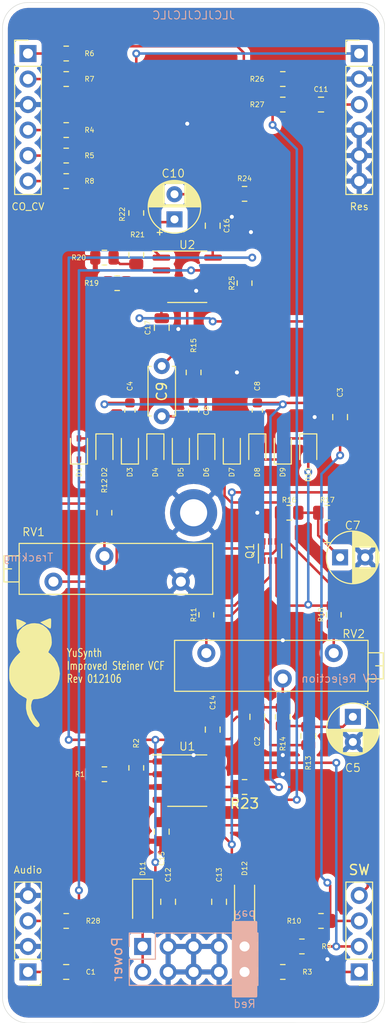
<source format=kicad_pcb>
(kicad_pcb (version 20171130) (host pcbnew "(5.1.10)-1")
  (layers (0 F.Cu signal) (31 B.Cu signal) (34 B.Paste user) (35 F.Paste user) (36 B.SilkS user) (37 F.SilkS user) (38 B.Mask user) (39 F.Mask user) (44 Edge.Cuts user))
  (net 0 "")
  (net 1 GND)
  (net 2 AudioIn)
  (net 3 AudioOut)
  (net 4 CV#2)
  (net 5 CV#1)
  (net 6 vOct)
  (net 7 CO_In)
  (net 8 CO_Out)
  (net 9 Res_Out)
  (net 10 Res_In)
  (net 11 SW_A)
  (net 12 SW_In)
  (net 13 SW_C)
  (net 14 SW_B)
  (net 15 -12VA)
  (net 16 +12VA)
  (net 17 "Net-(C1-Pad1)")
  (net 18 "Net-(C2-Pad1)")
  (net 19 "Net-(C3-Pad1)")
  (net 20 "Net-(C4-Pad1)")
  (net 21 "Net-(C5-Pad1)")
  (net 22 "Net-(C6-Pad1)")
  (net 23 "Net-(C7-Pad1)")
  (net 24 "Net-(C8-Pad1)")
  (net 25 "Net-(C9-Pad1)")
  (net 26 "Net-(C10-Pad2)")
  (net 27 "Net-(C10-Pad1)")
  (net 28 "Net-(C11-Pad2)")
  (net 29 +12V)
  (net 30 -12V)
  (net 31 "Net-(D1-Pad2)")
  (net 32 "Net-(D1-Pad1)")
  (net 33 "Net-(D2-Pad2)")
  (net 34 "Net-(D4-Pad2)")
  (net 35 "Net-(D6-Pad2)")
  (net 36 "Net-(D8-Pad2)")
  (net 37 "Net-(D10-Pad1)")
  (net 38 "Net-(D10-Pad2)")
  (net 39 "Net-(Q1-Pad1)")
  (net 40 "Net-(Q1-Pad2)")
  (net 41 "Net-(R1-Pad1)")
  (net 42 "Net-(R2-Pad1)")
  (net 43 "Net-(R11-Pad2)")
  (net 44 "Net-(R12-Pad1)")
  (net 45 "Net-(R18-Pad2)")
  (net 46 "Net-(R20-Pad2)")
  (net 47 "Net-(R23-Pad2)")
  (net 48 "Net-(R24-Pad1)")
  (net 49 "Net-(R25-Pad1)")
  (net 50 "Net-(R26-Pad2)")
  (module "Logos:CATs Tiny" (layer F.Cu) (at 3.175 66.675)
    (fp_text reference G*** hide)
    (fp_text value LOGO hide)
  )
  (module Eurorack_Platinen:Eurorack_Platine_8TE_wo_Holes (layer F.Cu) (at 0 0)
    (fp_text reference REF** hide)
    (fp_text value Eurorack_Platine_8TE hide)
    (fp_arc (start 2.54 99.06) (end 0 99.06) (angle -90) (layer Edge.Cuts) (width 0.05))
    (fp_arc (start 35.56 99.06) (end 35.56 101.6) (angle -90) (layer Edge.Cuts) (width 0.05))
    (fp_arc (start 35.56 2.54) (end 38.1 2.54) (angle -90) (layer Edge.Cuts) (width 0.05))
    (fp_arc (start 2.54 2.54) (end 2.54 0) (angle -90) (layer Edge.Cuts) (width 0.05))
    (fp_text user JLCJLCJLCJLC (at 19.05 1.27 180) (layer B.SilkS) (effects (font (size 0.8 0.8) (thickness 0.1)) (justify mirror)))
    (fp_line (start 0 99.06) (end 0 2.54) (layer Edge.Cuts) (width 0.05))
    (fp_line (start 2.54 101.6) (end 35.56 101.6) (layer Edge.Cuts) (width 0.05))
    (fp_line (start 38.1 2.54) (end 38.1 99.06) (layer Edge.Cuts) (width 0.05))
    (fp_line (start 2.54 0) (end 35.56 0) (layer Edge.Cuts) (width 0.05))
  )
  (module Package_SO:SO-8_3.9x4.9mm_P1.27mm (layer F.Cu) (at 18.415 27.305)
    (fp_text reference U2 (at 0 -3.175) (layer F.SilkS) (effects (font (size 0.8 0.8) (thickness 0.1))))
    (fp_text value TL072 hide)
    (pad 8 smd roundrect (at 2.575 -1.905) (size 1.75 0.6) (layers F.Cu F.Paste F.Mask) (net 29 +12V))
    (pad 7 smd roundrect (at 2.575 -0.635) (size 1.75 0.6) (layers F.Cu F.Paste F.Mask) (net 49 "Net-(R25-Pad1)"))
    (pad 6 smd roundrect (at 2.575 0.635) (size 1.75 0.6) (layers F.Cu F.Paste F.Mask) (net 48 "Net-(R24-Pad1)"))
    (pad 5 smd roundrect (at 2.575 1.905) (size 1.75 0.6) (layers F.Cu F.Paste F.Mask) (net 1 GND))
    (pad 4 smd roundrect (at -2.575 1.905) (size 1.75 0.6) (layers F.Cu F.Paste F.Mask) (net 30 -12V))
    (pad 3 smd roundrect (at -2.575 0.635) (size 1.75 0.6) (layers F.Cu F.Paste F.Mask) (net 25 "Net-(C9-Pad1)"))
    (pad 2 smd roundrect (at -2.575 -0.635) (size 1.75 0.6) (layers F.Cu F.Paste F.Mask) (net 46 "Net-(R20-Pad2)"))
    (pad 1 smd roundrect (at -2.575 -1.905) (size 1.75 0.6) (layers F.Cu F.Paste F.Mask) (net 27 "Net-(C10-Pad1)"))
  )
  (module Package_SO:SO-8_3.9x4.9mm_P1.27mm (layer F.Cu) (at 18.415 77.47)
    (fp_text reference U1 (at 0 -3.4) (layer F.SilkS) (effects (font (size 0.8 0.8) (thickness 0.1))))
    (fp_text value TL072 hide)
    (pad 8 smd roundrect (at 2.575 -1.905) (size 1.75 0.6) (layers F.Cu F.Paste F.Mask) (net 29 +12V))
    (pad 7 smd roundrect (at 2.575 -0.635) (size 1.75 0.6) (layers F.Cu F.Paste F.Mask) (net 47 "Net-(R23-Pad2)"))
    (pad 6 smd roundrect (at 2.575 0.635) (size 1.75 0.6) (layers F.Cu F.Paste F.Mask) (net 47 "Net-(R23-Pad2)"))
    (pad 5 smd roundrect (at 2.575 1.905) (size 1.75 0.6) (layers F.Cu F.Paste F.Mask) (net 50 "Net-(R26-Pad2)"))
    (pad 4 smd roundrect (at -2.575 1.905) (size 1.75 0.6) (layers F.Cu F.Paste F.Mask) (net 30 -12V))
    (pad 3 smd roundrect (at -2.575 0.635) (size 1.75 0.6) (layers F.Cu F.Paste F.Mask) (net 1 GND))
    (pad 2 smd roundrect (at -2.575 -0.635) (size 1.75 0.6) (layers F.Cu F.Paste F.Mask) (net 41 "Net-(R1-Pad1)"))
    (pad 1 smd roundrect (at -2.575 -1.905) (size 1.75 0.6) (layers F.Cu F.Paste F.Mask) (net 42 "Net-(R2-Pad1)"))
  )
  (module Potentiometer_THT:Potentiometer_Bourns_3006P_Horizontal (layer F.Cu) (at 20.32 64.77 180)
    (fp_text reference RV2 (at -15.875 1.905) (layer F.SilkS) (effects (font (size 0.8 0.8) (thickness 0.1)) (justify right)))
    (fp_text value 1k hide)
    (pad 3 thru_hole circle (at -12.7 0 180) (size 1.8 1.8) (drill 1) (layers *.Cu *.Mask) (net 45 "Net-(R18-Pad2)"))
    (pad 2 thru_hole circle (at -7.62 -2.54 180) (size 1.8 1.8) (drill 1) (layers *.Cu *.Mask) (net 18 "Net-(C2-Pad1)"))
    (pad 1 thru_hole circle (at 0 0 180) (size 1.8 1.8) (drill 1) (layers *.Cu *.Mask) (net 43 "Net-(R11-Pad2)"))
  )
  (module Potentiometer_THT:Potentiometer_Bourns_3006P_Horizontal (layer F.Cu) (at 17.78 57.658)
    (fp_text reference RV1 (at -15.875 -4.935) (layer F.SilkS) (effects (font (size 0.8 0.8) (thickness 0.1)) (justify left)))
    (fp_text value 2k hide)
    (pad 3 thru_hole circle (at -12.7 0) (size 1.8 1.8) (drill 1) (layers *.Cu *.Mask) (net 44 "Net-(R12-Pad1)"))
    (pad 2 thru_hole circle (at -7.62 -2.54) (size 1.8 1.8) (drill 1) (layers *.Cu *.Mask) (net 44 "Net-(R12-Pad1)"))
    (pad 1 thru_hole circle (at 0 0) (size 1.8 1.8) (drill 1) (layers *.Cu *.Mask) (net 1 GND))
  )
  (module Resistor_SMD:R_0805_2012Metric (layer F.Cu) (at 6.35 91.44 180)
    (fp_text reference R28 (at -1.905 0) (layer F.SilkS) (effects (font (size 0.5 0.5) (thickness 0.08)) (justify left)))
    (fp_text value 1k hide)
    (pad 2 smd roundrect (at 0.9125 0 180) (size 1.025 1.4) (layers F.Cu F.Paste F.Mask) (roundrect_rratio 0.243902) (net 3 AudioOut))
    (pad 1 smd roundrect (at -0.9125 0 180) (size 1.025 1.4) (layers F.Cu F.Paste F.Mask) (roundrect_rratio 0.243902) (net 49 "Net-(R25-Pad1)"))
  )
  (module Resistor_SMD:R_0805_2012Metric (layer F.Cu) (at 27.94 10.16 180)
    (fp_text reference R27 (at 1.778 0) (layer F.SilkS) (effects (font (size 0.5 0.5) (thickness 0.08)) (justify right)))
    (fp_text value 220k hide)
    (pad 2 smd roundrect (at 0.9125 0 180) (size 1.025 1.4) (layers F.Cu F.Paste F.Mask) (roundrect_rratio 0.243902) (net 50 "Net-(R26-Pad2)"))
    (pad 1 smd roundrect (at -0.9125 0 180) (size 1.025 1.4) (layers F.Cu F.Paste F.Mask) (roundrect_rratio 0.243902) (net 28 "Net-(C11-Pad2)"))
  )
  (module Resistor_SMD:R_0805_2012Metric (layer F.Cu) (at 27.94 7.62 180)
    (fp_text reference R26 (at 1.778 0) (layer F.SilkS) (effects (font (size 0.5 0.5) (thickness 0.08)) (justify right)))
    (fp_text value 1M hide)
    (pad 2 smd roundrect (at 0.9125 0 180) (size 1.025 1.4) (layers F.Cu F.Paste F.Mask) (roundrect_rratio 0.243902) (net 50 "Net-(R26-Pad2)"))
    (pad 1 smd roundrect (at -0.9125 0 180) (size 1.025 1.4) (layers F.Cu F.Paste F.Mask) (roundrect_rratio 0.243902) (net 1 GND))
  )
  (module Resistor_SMD:R_0805_2012Metric (layer F.Cu) (at 24.13 27.94 270)
    (fp_text reference R25 (at 0 1.27 90) (layer F.SilkS) (effects (font (size 0.5 0.5) (thickness 0.08))))
    (fp_text value 220k hide)
    (pad 2 smd roundrect (at 0.9125 0 270) (size 1.025 1.4) (layers F.Cu F.Paste F.Mask) (roundrect_rratio 0.243902) (net 48 "Net-(R24-Pad1)"))
    (pad 1 smd roundrect (at -0.9125 0 270) (size 1.025 1.4) (layers F.Cu F.Paste F.Mask) (roundrect_rratio 0.243902) (net 49 "Net-(R25-Pad1)"))
  )
  (module Resistor_SMD:R_0805_2012Metric (layer F.Cu) (at 24.13 19.05 180)
    (fp_text reference R24 (at 0 1.524) (layer F.SilkS) (effects (font (size 0.5 0.5) (thickness 0.08))))
    (fp_text value 10k hide)
    (pad 2 smd roundrect (at 0.9125 0 180) (size 1.025 1.4) (layers F.Cu F.Paste F.Mask) (roundrect_rratio 0.243902) (net 26 "Net-(C10-Pad2)"))
    (pad 1 smd roundrect (at -0.9125 0 180) (size 1.025 1.4) (layers F.Cu F.Paste F.Mask) (roundrect_rratio 0.243902) (net 48 "Net-(R24-Pad1)"))
  )
  (module Resistor_SMD:R_0805_2012Metric (layer F.Cu) (at 24.13 78.105 180)
    (fp_text reference R23 (at 0 -1.65) (layer F.SilkS))
    (fp_text value 1k)
    (pad 2 smd roundrect (at 0.9125 0 180) (size 1.025 1.4) (layers F.Cu F.Paste F.Mask) (roundrect_rratio 0.243902) (net 47 "Net-(R23-Pad2)"))
    (pad 1 smd roundrect (at -0.9125 0 180) (size 1.025 1.4) (layers F.Cu F.Paste F.Mask) (roundrect_rratio 0.243902) (net 19 "Net-(C3-Pad1)"))
  )
  (module Resistor_SMD:R_0805_2012Metric (layer F.Cu) (at 13.335 20.955 270)
    (fp_text reference R22 (at 0.127 1.397 90) (layer F.SilkS) (effects (font (size 0.5 0.5) (thickness 0.08))))
    (fp_text value 3.9k hide)
    (pad 2 smd roundrect (at 0.9125 0 270) (size 1.025 1.4) (layers F.Cu F.Paste F.Mask) (roundrect_rratio 0.243902) (net 27 "Net-(C10-Pad1)"))
    (pad 1 smd roundrect (at -0.9125 0 270) (size 1.025 1.4) (layers F.Cu F.Paste F.Mask) (roundrect_rratio 0.243902) (net 10 Res_In))
  )
  (module Resistor_SMD:R_0805_2012Metric (layer F.Cu) (at 13.335 25.1225 90)
    (fp_text reference R21 (at 2.0085 0.127 180) (layer F.SilkS) (effects (font (size 0.5 0.5) (thickness 0.08))))
    (fp_text value 47k hide)
    (pad 2 smd roundrect (at 0.9125 0 90) (size 1.025 1.4) (layers F.Cu F.Paste F.Mask) (roundrect_rratio 0.243902) (net 27 "Net-(C10-Pad1)"))
    (pad 1 smd roundrect (at -0.9125 0 90) (size 1.025 1.4) (layers F.Cu F.Paste F.Mask) (roundrect_rratio 0.243902) (net 46 "Net-(R20-Pad2)"))
  )
  (module Resistor_SMD:R_0805_2012Metric (layer F.Cu) (at 10.16 25.4)
    (fp_text reference R20 (at -1.778 0) (layer F.SilkS) (effects (font (size 0.5 0.5) (thickness 0.08)) (justify right)))
    (fp_text value 22k hide)
    (pad 2 smd roundrect (at 0.9125 0) (size 1.025 1.4) (layers F.Cu F.Paste F.Mask) (roundrect_rratio 0.243902) (net 46 "Net-(R20-Pad2)"))
    (pad 1 smd roundrect (at -0.9125 0) (size 1.025 1.4) (layers F.Cu F.Paste F.Mask) (roundrect_rratio 0.243902) (net 1 GND))
  )
  (module Resistor_SMD:R_0805_2012Metric (layer F.Cu) (at 11.43 27.94)
    (fp_text reference R19 (at -1.778 0) (layer F.SilkS) (effects (font (size 0.5 0.5) (thickness 0.08)) (justify right)))
    (fp_text value 2.2M hide)
    (pad 2 smd roundrect (at 0.9125 0) (size 1.025 1.4) (layers F.Cu F.Paste F.Mask) (roundrect_rratio 0.243902) (net 25 "Net-(C9-Pad1)"))
    (pad 1 smd roundrect (at -0.9125 0) (size 1.025 1.4) (layers F.Cu F.Paste F.Mask) (roundrect_rratio 0.243902) (net 1 GND))
  )
  (module Resistor_SMD:R_0805_2012Metric (layer F.Cu) (at 33.02 60.96 270)
    (fp_text reference R18 (at 0 1.27 90) (layer F.SilkS) (effects (font (size 0.5 0.5) (thickness 0.08))))
    (fp_text value 1.8k hide)
    (pad 2 smd roundrect (at 0.9125 0 270) (size 1.025 1.4) (layers F.Cu F.Paste F.Mask) (roundrect_rratio 0.243902) (net 45 "Net-(R18-Pad2)"))
    (pad 1 smd roundrect (at -0.9125 0 270) (size 1.025 1.4) (layers F.Cu F.Paste F.Mask) (roundrect_rratio 0.243902) (net 38 "Net-(D10-Pad2)"))
  )
  (module Resistor_SMD:R_0805_2012Metric (layer F.Cu) (at 32.385 50.8 180)
    (fp_text reference R17 (at 0 1.27) (layer F.SilkS) (effects (font (size 0.5 0.5) (thickness 0.08))))
    (fp_text value 82R hide)
    (pad 2 smd roundrect (at 0.9125 0 180) (size 1.025 1.4) (layers F.Cu F.Paste F.Mask) (roundrect_rratio 0.243902) (net 23 "Net-(C7-Pad1)"))
    (pad 1 smd roundrect (at -0.9125 0 180) (size 1.025 1.4) (layers F.Cu F.Paste F.Mask) (roundrect_rratio 0.243902) (net 30 -12V))
  )
  (module Resistor_SMD:R_0805_2012Metric (layer F.Cu) (at 28.575 50.8 180)
    (fp_text reference R16 (at 0 1.27) (layer F.SilkS) (effects (font (size 0.5 0.5) (thickness 0.08))))
    (fp_text value 3.9k hide)
    (pad 2 smd roundrect (at 0.9125 0 180) (size 1.025 1.4) (layers F.Cu F.Paste F.Mask) (roundrect_rratio 0.243902) (net 39 "Net-(Q1-Pad1)"))
    (pad 1 smd roundrect (at -0.9125 0 180) (size 1.025 1.4) (layers F.Cu F.Paste F.Mask) (roundrect_rratio 0.243902) (net 23 "Net-(C7-Pad1)"))
  )
  (module Resistor_SMD:R_0805_2012Metric (layer F.Cu) (at 19.05 36.83 270)
    (fp_text reference R15 (at -1.905 0 90) (layer F.SilkS) (effects (font (size 0.5 0.5) (thickness 0.08)) (justify left)))
    (fp_text value 1k hide)
    (pad 2 smd roundrect (at 0.9125 0 270) (size 1.025 1.4) (layers F.Cu F.Paste F.Mask) (roundrect_rratio 0.243902) (net 13 SW_C))
    (pad 1 smd roundrect (at -0.9125 0 270) (size 1.025 1.4) (layers F.Cu F.Paste F.Mask) (roundrect_rratio 0.243902) (net 1 GND))
  )
  (module Resistor_SMD:R_0805_2012Metric (layer F.Cu) (at 27.94 71.12 270)
    (fp_text reference R14 (at 1.905 0 90) (layer F.SilkS) (effects (font (size 0.5 0.5) (thickness 0.08)) (justify right)))
    (fp_text value 1k hide)
    (pad 2 smd roundrect (at 0.9125 0 270) (size 1.025 1.4) (layers F.Cu F.Paste F.Mask) (roundrect_rratio 0.243902) (net 21 "Net-(C5-Pad1)"))
    (pad 1 smd roundrect (at -0.9125 0 270) (size 1.025 1.4) (layers F.Cu F.Paste F.Mask) (roundrect_rratio 0.243902) (net 18 "Net-(C2-Pad1)"))
  )
  (module Resistor_SMD:R_0805_2012Metric (layer F.Cu) (at 30.48 73.025 270)
    (fp_text reference R13 (at 1.905 0 90) (layer F.SilkS) (effects (font (size 0.5 0.5) (thickness 0.08)) (justify right)))
    (fp_text value 390 hide)
    (pad 2 smd roundrect (at 0.9125 0 270) (size 1.025 1.4) (layers F.Cu F.Paste F.Mask) (roundrect_rratio 0.243902) (net 29 +12V))
    (pad 1 smd roundrect (at -0.9125 0 270) (size 1.025 1.4) (layers F.Cu F.Paste F.Mask) (roundrect_rratio 0.243902) (net 21 "Net-(C5-Pad1)"))
  )
  (module Resistor_SMD:R_0805_2012Metric (layer F.Cu) (at 10.16 50.8 90)
    (fp_text reference R12 (at 1.905 0 90) (layer F.SilkS) (effects (font (size 0.5 0.5) (thickness 0.08)) (justify left)))
    (fp_text value 220R hide)
    (pad 2 smd roundrect (at 0.9125 0 90) (size 1.025 1.4) (layers F.Cu F.Paste F.Mask) (roundrect_rratio 0.243902) (net 40 "Net-(Q1-Pad2)"))
    (pad 1 smd roundrect (at -0.9125 0 90) (size 1.025 1.4) (layers F.Cu F.Paste F.Mask) (roundrect_rratio 0.243902) (net 44 "Net-(R12-Pad1)"))
  )
  (module Resistor_SMD:R_0805_2012Metric (layer F.Cu) (at 20.32 60.96 270)
    (fp_text reference R11 (at 0 1.27 90) (layer F.SilkS) (effects (font (size 0.5 0.5) (thickness 0.08))))
    (fp_text value 1.8k hide)
    (pad 2 smd roundrect (at 0.9125 0 270) (size 1.025 1.4) (layers F.Cu F.Paste F.Mask) (roundrect_rratio 0.243902) (net 43 "Net-(R11-Pad2)"))
    (pad 1 smd roundrect (at -0.9125 0 270) (size 1.025 1.4) (layers F.Cu F.Paste F.Mask) (roundrect_rratio 0.243902) (net 32 "Net-(D1-Pad1)"))
  )
  (module Resistor_SMD:R_0805_2012Metric (layer F.Cu) (at 31.75 91.44)
    (fp_text reference R10 (at -1.905 0) (layer F.SilkS) (effects (font (size 0.5 0.5) (thickness 0.08)) (justify right)))
    (fp_text value 180k hide)
    (pad 2 smd roundrect (at 0.9125 0) (size 1.025 1.4) (layers F.Cu F.Paste F.Mask) (roundrect_rratio 0.243902) (net 14 SW_B))
    (pad 1 smd roundrect (at -0.9125 0) (size 1.025 1.4) (layers F.Cu F.Paste F.Mask) (roundrect_rratio 0.243902) (net 1 GND))
  )
  (module Resistor_SMD:R_0805_2012Metric (layer F.Cu) (at 29.845 93.98)
    (fp_text reference R9 (at 1.905 0) (layer F.SilkS) (effects (font (size 0.5 0.5) (thickness 0.08)) (justify left)))
    (fp_text value 180k hide)
    (pad 2 smd roundrect (at 0.9125 0) (size 1.025 1.4) (layers F.Cu F.Paste F.Mask) (roundrect_rratio 0.243902) (net 11 SW_A))
    (pad 1 smd roundrect (at -0.9125 0) (size 1.025 1.4) (layers F.Cu F.Paste F.Mask) (roundrect_rratio 0.243902) (net 1 GND))
  )
  (module Resistor_SMD:R_0805_2012Metric (layer F.Cu) (at 6.35 17.78 180)
    (fp_text reference R8 (at -1.778 0) (layer F.SilkS) (effects (font (size 0.5 0.5) (thickness 0.08)) (justify left)))
    (fp_text value 220k hide)
    (pad 2 smd roundrect (at 0.9125 0 180) (size 1.025 1.4) (layers F.Cu F.Paste F.Mask) (roundrect_rratio 0.243902) (net 6 vOct))
    (pad 1 smd roundrect (at -0.9125 0 180) (size 1.025 1.4) (layers F.Cu F.Paste F.Mask) (roundrect_rratio 0.243902) (net 40 "Net-(Q1-Pad2)"))
  )
  (module Resistor_SMD:R_0805_2012Metric (layer F.Cu) (at 6.35 7.62)
    (fp_text reference R7 (at 1.778 0) (layer F.SilkS) (effects (font (size 0.5 0.5) (thickness 0.08)) (justify left)))
    (fp_text value 150k hide)
    (pad 2 smd roundrect (at 0.9125 0) (size 1.025 1.4) (layers F.Cu F.Paste F.Mask) (roundrect_rratio 0.243902) (net 40 "Net-(Q1-Pad2)"))
    (pad 1 smd roundrect (at -0.9125 0) (size 1.025 1.4) (layers F.Cu F.Paste F.Mask) (roundrect_rratio 0.243902) (net 8 CO_Out))
  )
  (module Resistor_SMD:R_0805_2012Metric (layer F.Cu) (at 6.35 5.08)
    (fp_text reference R6 (at 1.778 0) (layer F.SilkS) (effects (font (size 0.5 0.5) (thickness 0.08)) (justify left)))
    (fp_text value 47k hide)
    (pad 2 smd roundrect (at 0.9125 0) (size 1.025 1.4) (layers F.Cu F.Paste F.Mask) (roundrect_rratio 0.243902) (net 29 +12V))
    (pad 1 smd roundrect (at -0.9125 0) (size 1.025 1.4) (layers F.Cu F.Paste F.Mask) (roundrect_rratio 0.243902) (net 7 CO_In))
  )
  (module Resistor_SMD:R_0805_2012Metric (layer F.Cu) (at 6.35 15.24 180)
    (fp_text reference R5 (at -1.778 0) (layer F.SilkS) (effects (font (size 0.5 0.5) (thickness 0.08)) (justify left)))
    (fp_text value 220k hide)
    (pad 2 smd roundrect (at 0.9125 0 180) (size 1.025 1.4) (layers F.Cu F.Paste F.Mask) (roundrect_rratio 0.243902) (net 4 CV#2))
    (pad 1 smd roundrect (at -0.9125 0 180) (size 1.025 1.4) (layers F.Cu F.Paste F.Mask) (roundrect_rratio 0.243902) (net 40 "Net-(Q1-Pad2)"))
  )
  (module Resistor_SMD:R_0805_2012Metric (layer F.Cu) (at 6.35 12.7 180)
    (fp_text reference R4 (at -1.778 0) (layer F.SilkS) (effects (font (size 0.5 0.5) (thickness 0.08)) (justify left)))
    (fp_text value 220k hide)
    (pad 2 smd roundrect (at 0.9125 0 180) (size 1.025 1.4) (layers F.Cu F.Paste F.Mask) (roundrect_rratio 0.243902) (net 5 CV#1))
    (pad 1 smd roundrect (at -0.9125 0 180) (size 1.025 1.4) (layers F.Cu F.Paste F.Mask) (roundrect_rratio 0.243902) (net 40 "Net-(Q1-Pad2)"))
  )
  (module Resistor_SMD:R_0805_2012Metric (layer F.Cu) (at 27.94 96.52 180)
    (fp_text reference R3 (at -1.905 0) (layer F.SilkS) (effects (font (size 0.5 0.5) (thickness 0.08)) (justify left)))
    (fp_text value 47k hide)
    (pad 2 smd roundrect (at 0.9125 0 180) (size 1.025 1.4) (layers F.Cu F.Paste F.Mask) (roundrect_rratio 0.243902) (net 42 "Net-(R2-Pad1)"))
    (pad 1 smd roundrect (at -0.9125 0 180) (size 1.025 1.4) (layers F.Cu F.Paste F.Mask) (roundrect_rratio 0.243902) (net 12 SW_In))
  )
  (module Resistor_SMD:R_0805_2012Metric (layer F.Cu) (at 13.335 76.2 270)
    (fp_text reference R2 (at -1.905 0 90) (layer F.SilkS) (effects (font (size 0.5 0.5) (thickness 0.08)) (justify left)))
    (fp_text value 10k hide)
    (pad 2 smd roundrect (at 0.9125 0 270) (size 1.025 1.4) (layers F.Cu F.Paste F.Mask) (roundrect_rratio 0.243902) (net 41 "Net-(R1-Pad1)"))
    (pad 1 smd roundrect (at -0.9125 0 270) (size 1.025 1.4) (layers F.Cu F.Paste F.Mask) (roundrect_rratio 0.243902) (net 42 "Net-(R2-Pad1)"))
  )
  (module Resistor_SMD:R_0805_2012Metric (layer F.Cu) (at 10.16 76.835 180)
    (fp_text reference R1 (at 1.905 0) (layer F.SilkS) (effects (font (size 0.5 0.5) (thickness 0.08)) (justify right)))
    (fp_text value 10k hide)
    (pad 2 smd roundrect (at 0.9125 0 180) (size 1.025 1.4) (layers F.Cu F.Paste F.Mask) (roundrect_rratio 0.243902) (net 17 "Net-(C1-Pad1)"))
    (pad 1 smd roundrect (at -0.9125 0 180) (size 1.025 1.4) (layers F.Cu F.Paste F.Mask) (roundrect_rratio 0.243902) (net 41 "Net-(R1-Pad1)"))
  )
  (module Package_TO_SOT_SMD:SOT-363_SC-70-6 (layer F.Cu) (at 26.67 54.61 90)
    (fp_text reference Q1 (at 0 -2 90) (layer F.SilkS) (effects (font (size 0.8 0.8) (thickness 0.1))))
    (fp_text value BC847BDW1 hide)
    (pad 6 smd rect (at 0.95 -0.65 90) (size 0.65 0.4) (layers F.Cu F.Paste F.Mask) (net 32 "Net-(D1-Pad1)"))
    (pad 4 smd rect (at 0.95 0.65 90) (size 0.65 0.4) (layers F.Cu F.Paste F.Mask) (net 39 "Net-(Q1-Pad1)"))
    (pad 2 smd rect (at -0.95 0 90) (size 0.65 0.4) (layers F.Cu F.Paste F.Mask) (net 40 "Net-(Q1-Pad2)"))
    (pad 5 smd rect (at 0.95 0 90) (size 0.65 0.4) (layers F.Cu F.Paste F.Mask) (net 1 GND))
    (pad 3 smd rect (at -0.95 0.65 90) (size 0.65 0.4) (layers F.Cu F.Paste F.Mask) (net 38 "Net-(D10-Pad2)"))
    (pad 1 smd rect (at -0.95 -0.65 90) (size 0.65 0.4) (layers F.Cu F.Paste F.Mask) (net 39 "Net-(Q1-Pad1)"))
  )
  (module Diode_SMD:D_SOD-123 (layer F.Cu) (at 24.13 89.535 90)
    (fp_text reference D12 (at 2.54 0 90) (layer F.SilkS) (effects (font (size 0.5 0.5) (thickness 0.08)) (justify left)))
    (fp_text value B5819W hide)
    (pad 2 smd rect (at 1.65 0 90) (size 0.9 1.2) (layers F.Cu F.Paste F.Mask) (net 30 -12V))
    (pad 1 smd rect (at -1.65 0 90) (size 0.9 1.2) (layers F.Cu F.Paste F.Mask) (net 15 -12VA))
  )
  (module Diode_SMD:D_SOD-123 (layer F.Cu) (at 13.97 89.535 270)
    (fp_text reference D11 (at -2.54 0 90) (layer F.SilkS) (effects (font (size 0.5 0.5) (thickness 0.08)) (justify left)))
    (fp_text value B5819W hide)
    (pad 2 smd rect (at 1.65 0 270) (size 0.9 1.2) (layers F.Cu F.Paste F.Mask) (net 16 +12VA))
    (pad 1 smd rect (at -1.65 0 270) (size 0.9 1.2) (layers F.Cu F.Paste F.Mask) (net 29 +12V))
  )
  (module Diode_SMD:D_SOD-323 (layer F.Cu) (at 30.48 44.45 270)
    (fp_text reference D10 (at 1.778 0 90) (layer F.SilkS) (effects (font (size 0.5 0.5) (thickness 0.08)) (justify right)))
    (fp_text value 1N4148WS hide)
    (pad 2 smd rect (at 1.05 0 270) (size 0.6 0.45) (layers F.Cu F.Paste F.Mask) (net 38 "Net-(D10-Pad2)"))
    (pad 1 smd rect (at -1.05 0 270) (size 0.6 0.45) (layers F.Cu F.Paste F.Mask) (net 37 "Net-(D10-Pad1)"))
  )
  (module Diode_SMD:D_SOD-323 (layer F.Cu) (at 27.94 44.45 90)
    (fp_text reference D9 (at -1.778 0 90) (layer F.SilkS) (effects (font (size 0.5 0.5) (thickness 0.08)) (justify right)))
    (fp_text value 1N4148WS hide)
    (pad 2 smd rect (at 1.05 0 90) (size 0.6 0.45) (layers F.Cu F.Paste F.Mask) (net 37 "Net-(D10-Pad1)"))
    (pad 1 smd rect (at -1.05 0 90) (size 0.6 0.45) (layers F.Cu F.Paste F.Mask) (net 36 "Net-(D8-Pad2)"))
  )
  (module Diode_SMD:D_SOD-323 (layer F.Cu) (at 25.4 44.45 270)
    (fp_text reference D8 (at 1.778 0 90) (layer F.SilkS) (effects (font (size 0.5 0.5) (thickness 0.08)) (justify right)))
    (fp_text value 1N4148WS hide)
    (pad 2 smd rect (at 1.05 0 270) (size 0.6 0.45) (layers F.Cu F.Paste F.Mask) (net 36 "Net-(D8-Pad2)"))
    (pad 1 smd rect (at -1.05 0 270) (size 0.6 0.45) (layers F.Cu F.Paste F.Mask) (net 24 "Net-(C8-Pad1)"))
  )
  (module Diode_SMD:D_SOD-323 (layer F.Cu) (at 22.86 44.45 90)
    (fp_text reference D7 (at -1.778 0 90) (layer F.SilkS) (effects (font (size 0.5 0.5) (thickness 0.08)) (justify right)))
    (fp_text value 1N4148WS hide)
    (pad 2 smd rect (at 1.05 0 90) (size 0.6 0.45) (layers F.Cu F.Paste F.Mask) (net 24 "Net-(C8-Pad1)"))
    (pad 1 smd rect (at -1.05 0 90) (size 0.6 0.45) (layers F.Cu F.Paste F.Mask) (net 35 "Net-(D6-Pad2)"))
  )
  (module Diode_SMD:D_SOD-323 (layer F.Cu) (at 20.32 44.45 270)
    (fp_text reference D6 (at 1.778 0 90) (layer F.SilkS) (effects (font (size 0.5 0.5) (thickness 0.08)) (justify right)))
    (fp_text value 1N4148WS hide)
    (pad 2 smd rect (at 1.05 0 270) (size 0.6 0.45) (layers F.Cu F.Paste F.Mask) (net 35 "Net-(D6-Pad2)"))
    (pad 1 smd rect (at -1.05 0 270) (size 0.6 0.45) (layers F.Cu F.Paste F.Mask) (net 22 "Net-(C6-Pad1)"))
  )
  (module Diode_SMD:D_SOD-323 (layer F.Cu) (at 17.78 44.45 90)
    (fp_text reference D5 (at -1.778 0 90) (layer F.SilkS) (effects (font (size 0.5 0.5) (thickness 0.08)) (justify right)))
    (fp_text value 1N4148WS hide)
    (pad 2 smd rect (at 1.05 0 90) (size 0.6 0.45) (layers F.Cu F.Paste F.Mask) (net 22 "Net-(C6-Pad1)"))
    (pad 1 smd rect (at -1.05 0 90) (size 0.6 0.45) (layers F.Cu F.Paste F.Mask) (net 34 "Net-(D4-Pad2)"))
  )
  (module Diode_SMD:D_SOD-323 (layer F.Cu) (at 15.24 44.45 270)
    (fp_text reference D4 (at 1.778 0 90) (layer F.SilkS) (effects (font (size 0.5 0.5) (thickness 0.08)) (justify right)))
    (fp_text value 1N4148WS hide)
    (pad 2 smd rect (at 1.05 0 270) (size 0.6 0.45) (layers F.Cu F.Paste F.Mask) (net 34 "Net-(D4-Pad2)"))
    (pad 1 smd rect (at -1.05 0 270) (size 0.6 0.45) (layers F.Cu F.Paste F.Mask) (net 20 "Net-(C4-Pad1)"))
  )
  (module Diode_SMD:D_SOD-323 (layer F.Cu) (at 12.7 44.45 90)
    (fp_text reference D3 (at -1.778 0 90) (layer F.SilkS) (effects (font (size 0.5 0.5) (thickness 0.08)) (justify right)))
    (fp_text value 1N4148WS hide)
    (pad 2 smd rect (at 1.05 0 90) (size 0.6 0.45) (layers F.Cu F.Paste F.Mask) (net 20 "Net-(C4-Pad1)"))
    (pad 1 smd rect (at -1.05 0 90) (size 0.6 0.45) (layers F.Cu F.Paste F.Mask) (net 33 "Net-(D2-Pad2)"))
  )
  (module Diode_SMD:D_SOD-323 (layer F.Cu) (at 10.16 44.45 270)
    (fp_text reference D2 (at 1.778 0 90) (layer F.SilkS) (effects (font (size 0.5 0.5) (thickness 0.08)) (justify right)))
    (fp_text value 1N4148WS hide)
    (pad 2 smd rect (at 1.05 0 270) (size 0.6 0.45) (layers F.Cu F.Paste F.Mask) (net 33 "Net-(D2-Pad2)"))
    (pad 1 smd rect (at -1.05 0 270) (size 0.6 0.45) (layers F.Cu F.Paste F.Mask) (net 31 "Net-(D1-Pad2)"))
  )
  (module Diode_SMD:D_SOD-323 (layer F.Cu) (at 7.62 44.45 90)
    (fp_text reference D1 (at -1.778 0 90) (layer F.SilkS) (effects (font (size 0.5 0.5) (thickness 0.08)) (justify right)))
    (fp_text value 1N4148WS hide)
    (pad 2 smd rect (at 1.05 0 90) (size 0.6 0.45) (layers F.Cu F.Paste F.Mask) (net 31 "Net-(D1-Pad2)"))
    (pad 1 smd rect (at -1.05 0 90) (size 0.6 0.45) (layers F.Cu F.Paste F.Mask) (net 32 "Net-(D1-Pad1)"))
  )
  (module Capacitor_SMD:C_0805_2012Metric (layer F.Cu) (at 15.875 32.385 90)
    (fp_text reference C17 (at 0 -1.397 90) (layer F.SilkS) (effects (font (size 0.5 0.5) (thickness 0.08))))
    (fp_text value 100n hide)
    (pad 2 smd roundrect (at 0.95 0 90) (size 1 1.45) (layers F.Cu F.Paste F.Mask) (net 30 -12V))
    (pad 1 smd roundrect (at -0.95 0 90) (size 1 1.45) (layers F.Cu F.Paste F.Mask) (net 1 GND))
  )
  (module Capacitor_SMD:C_0805_2012Metric (layer F.Cu) (at 20.955 22.225 90)
    (fp_text reference C16 (at 0 1.397 90) (layer F.SilkS) (effects (font (size 0.5 0.5) (thickness 0.08))))
    (fp_text value 100n hide)
    (pad 2 smd roundrect (at 0.95 0 90) (size 1 1.45) (layers F.Cu F.Paste F.Mask) (net 1 GND))
    (pad 1 smd roundrect (at -0.95 0 90) (size 1 1.45) (layers F.Cu F.Paste F.Mask) (net 29 +12V))
  )
  (module Capacitor_SMD:C_0805_2012Metric (layer F.Cu) (at 15.875 82.55 90)
    (fp_text reference C15 (at -1.905 0 90) (layer F.SilkS) (effects (font (size 0.5 0.5) (thickness 0.08)) (justify right)))
    (fp_text value 100n hide)
    (pad 2 smd roundrect (at 0.95 0 90) (size 1 1.45) (layers F.Cu F.Paste F.Mask) (net 30 -12V))
    (pad 1 smd roundrect (at -0.95 0 90) (size 1 1.45) (layers F.Cu F.Paste F.Mask) (net 1 GND))
  )
  (module Capacitor_SMD:C_0805_2012Metric (layer F.Cu) (at 20.955 72.39 90)
    (fp_text reference C14 (at 1.905 0 90) (layer F.SilkS) (effects (font (size 0.5 0.5) (thickness 0.08)) (justify left)))
    (fp_text value 100n hide)
    (pad 2 smd roundrect (at 0.95 0 90) (size 1 1.45) (layers F.Cu F.Paste F.Mask) (net 1 GND))
    (pad 1 smd roundrect (at -0.95 0 90) (size 1 1.45) (layers F.Cu F.Paste F.Mask) (net 29 +12V))
  )
  (module Capacitor_SMD:C_0805_2012Metric (layer F.Cu) (at 21.59 89.535 90)
    (fp_text reference C13 (at 1.905 0 90) (layer F.SilkS) (effects (font (size 0.5 0.5) (thickness 0.08)) (justify left)))
    (fp_text value 10uF hide)
    (pad 2 smd roundrect (at 0.95 0 90) (size 1 1.45) (layers F.Cu F.Paste F.Mask) (net 30 -12V))
    (pad 1 smd roundrect (at -0.95 0 90) (size 1 1.45) (layers F.Cu F.Paste F.Mask) (net 1 GND))
  )
  (module Capacitor_SMD:C_0805_2012Metric (layer F.Cu) (at 16.51 89.535 270)
    (fp_text reference C12 (at -1.905 0 90) (layer F.SilkS) (effects (font (size 0.5 0.5) (thickness 0.08)) (justify left)))
    (fp_text value 10uF)
    (pad 2 smd roundrect (at 0.95 0 270) (size 1 1.45) (layers F.Cu F.Paste F.Mask) (net 1 GND))
    (pad 1 smd roundrect (at -0.95 0 270) (size 1 1.45) (layers F.Cu F.Paste F.Mask) (net 29 +12V))
  )
  (module Capacitor_SMD:C_0805_2012Metric (layer F.Cu) (at 31.75 10.16 180)
    (fp_text reference C11 (at 0 1.524) (layer F.SilkS) (effects (font (size 0.5 0.5) (thickness 0.08))))
    (fp_text value 10uF hide)
    (pad 2 smd roundrect (at 0.95 0 180) (size 1 1.45) (layers F.Cu F.Paste F.Mask) (net 28 "Net-(C11-Pad2)"))
    (pad 1 smd roundrect (at -0.95 0 180) (size 1 1.45) (layers F.Cu F.Paste F.Mask) (net 9 Res_Out))
  )
  (module Capacitor_THT:CP_Radial_D5.0mm_P2.50mm (layer F.Cu) (at 17.145 21.59 90)
    (fp_text reference C10 (at 4.572 -0.127 180) (layer F.SilkS) (effects (font (size 0.8 0.8) (thickness 0.1))))
    (fp_text value 47µF hide)
    (pad 2 thru_hole circle (at 2.5 0 90) (size 1.6 1.6) (drill 0.8) (layers *.Cu *.Mask) (net 26 "Net-(C10-Pad2)"))
    (pad 1 thru_hole rect (at 0 0 90) (size 1.6 1.6) (drill 0.8) (layers *.Cu *.Mask) (net 27 "Net-(C10-Pad1)"))
  )
  (module Capacitor_THT:C_Disc_D4.7mm_W2.5mm_P5.00mm (layer F.Cu) (at 15.875 36.195 270)
    (fp_text reference C9 (at 2.54 0 90) (layer F.SilkS))
    (fp_text value 680n hide)
    (pad 2 thru_hole circle (at 5 0 270) (size 1.6 1.6) (drill 0.8) (layers *.Cu *.Mask) (net 22 "Net-(C6-Pad1)"))
    (pad 1 thru_hole circle (at 0 0 270) (size 1.6 1.6) (drill 0.8) (layers *.Cu *.Mask) (net 25 "Net-(C9-Pad1)"))
  )
  (module Capacitor_SMD:C_0603_1608Metric (layer F.Cu) (at 25.4 40.64 90)
    (fp_text reference C8 (at 1.905 0 90) (layer F.SilkS) (effects (font (size 0.5 0.5) (thickness 0.08)) (justify left)))
    (fp_text value 1.5n hide)
    (pad 2 smd roundrect (at 0.775 0 90) (size 0.9 0.95) (layers F.Cu F.Paste F.Mask) (net 19 "Net-(C3-Pad1)"))
    (pad 1 smd roundrect (at -0.775 0 90) (size 0.9 0.95) (layers F.Cu F.Paste F.Mask) (net 24 "Net-(C8-Pad1)"))
  )
  (module Capacitor_THT:CP_Radial_D5.0mm_P2.50mm (layer F.Cu) (at 33.655 55.245)
    (fp_text reference C7 (at 1.25 -3.175) (layer F.SilkS) (effects (font (size 0.8 0.8) (thickness 0.1))))
    (fp_text value 47µF hide)
    (pad 2 thru_hole circle (at 2.5 0) (size 1.6 1.6) (drill 0.8) (layers *.Cu *.Mask) (net 1 GND))
    (pad 1 thru_hole rect (at 0 0) (size 1.6 1.6) (drill 0.8) (layers *.Cu *.Mask) (net 23 "Net-(C7-Pad1)"))
  )
  (module Capacitor_SMD:C_0603_1608Metric (layer F.Cu) (at 19.05 40.64 90)
    (fp_text reference C6 (at 0 1.27 90) (layer F.SilkS) (effects (font (size 0.5 0.5) (thickness 0.08))))
    (fp_text value 1.5n hide)
    (pad 2 smd roundrect (at 0.775 0 90) (size 0.9 0.95) (layers F.Cu F.Paste F.Mask) (net 13 SW_C))
    (pad 1 smd roundrect (at -0.775 0 90) (size 0.9 0.95) (layers F.Cu F.Paste F.Mask) (net 22 "Net-(C6-Pad1)"))
  )
  (module Capacitor_THT:CP_Radial_D5.0mm_P2.50mm (layer F.Cu) (at 34.925 71.12 270)
    (fp_text reference C5 (at 5.08 0 180) (layer F.SilkS) (effects (font (size 0.8 0.8) (thickness 0.1))))
    (fp_text value 47µF hide)
    (pad 2 thru_hole circle (at 2.5 0 270) (size 1.6 1.6) (drill 0.8) (layers *.Cu *.Mask) (net 1 GND))
    (pad 1 thru_hole rect (at 0 0 270) (size 1.6 1.6) (drill 0.8) (layers *.Cu *.Mask) (net 21 "Net-(C5-Pad1)"))
  )
  (module Capacitor_SMD:C_0603_1608Metric (layer F.Cu) (at 12.7 40.64 90)
    (fp_text reference C4 (at 1.905 0 90) (layer F.SilkS) (effects (font (size 0.5 0.5) (thickness 0.08)) (justify left)))
    (fp_text value 1.5n hide)
    (pad 2 smd roundrect (at 0.775 0 90) (size 0.9 0.95) (layers F.Cu F.Paste F.Mask) (net 19 "Net-(C3-Pad1)"))
    (pad 1 smd roundrect (at -0.775 0 90) (size 0.9 0.95) (layers F.Cu F.Paste F.Mask) (net 20 "Net-(C4-Pad1)"))
  )
  (module Capacitor_SMD:C_0805_2012Metric (layer F.Cu) (at 33.655 41.275 270)
    (fp_text reference C3 (at -1.905 0 90) (layer F.SilkS) (effects (font (size 0.5 0.5) (thickness 0.08)) (justify left)))
    (fp_text value 2.2uF hide)
    (pad 2 smd roundrect (at 0.95 0 270) (size 1 1.45) (layers F.Cu F.Paste F.Mask) (net 14 SW_B))
    (pad 1 smd roundrect (at -0.95 0 270) (size 1 1.45) (layers F.Cu F.Paste F.Mask) (net 19 "Net-(C3-Pad1)"))
  )
  (module Capacitor_SMD:C_0805_2012Metric (layer F.Cu) (at 25.4 71.12 270)
    (fp_text reference C2 (at 1.905 0 90) (layer F.SilkS) (effects (font (size 0.5 0.5) (thickness 0.08)) (justify right)))
    (fp_text value 2.2uF hide)
    (pad 2 smd roundrect (at 0.95 0 270) (size 1 1.45) (layers F.Cu F.Paste F.Mask) (net 11 SW_A))
    (pad 1 smd roundrect (at -0.95 0 270) (size 1 1.45) (layers F.Cu F.Paste F.Mask) (net 18 "Net-(C2-Pad1)"))
  )
  (module Capacitor_SMD:C_0805_2012Metric (layer F.Cu) (at 6.35 96.52 180)
    (fp_text reference C1 (at -1.905 0) (layer F.SilkS) (effects (font (size 0.5 0.5) (thickness 0.08)) (justify left)))
    (fp_text value 10uF hide)
    (pad 2 smd roundrect (at 0.95 0 180) (size 1 1.45) (layers F.Cu F.Paste F.Mask) (net 2 AudioIn))
    (pad 1 smd roundrect (at -0.95 0 180) (size 1 1.45) (layers F.Cu F.Paste F.Mask) (net 17 "Net-(C1-Pad1)"))
  )
  (module Connector_PinHeader_2.54mm:PinHeader_2x05_P2.54mm_Vertical (layer B.Cu) (at 13.97 93.98 270)
    (fp_text reference J1 hide)
    (fp_text value Power (at 1.27 2.54 270) (layer B.SilkS) (effects (justify mirror)))
    (pad 10 thru_hole oval (at 2.54 -10.16 270) (size 1.7 1.7) (drill 1) (layers *.Cu *.Mask) (net 15 -12VA))
    (pad 9 thru_hole oval (at 0 -10.16 270) (size 1.7 1.7) (drill 1) (layers *.Cu *.Mask) (net 15 -12VA))
    (pad 8 thru_hole oval (at 2.54 -7.62 270) (size 1.7 1.7) (drill 1) (layers *.Cu *.Mask) (net 1 GND))
    (pad 7 thru_hole oval (at 0 -7.62 270) (size 1.7 1.7) (drill 1) (layers *.Cu *.Mask) (net 1 GND))
    (pad 6 thru_hole oval (at 2.54 -5.08 270) (size 1.7 1.7) (drill 1) (layers *.Cu *.Mask) (net 1 GND))
    (pad 5 thru_hole oval (at 0 -5.08 270) (size 1.7 1.7) (drill 1) (layers *.Cu *.Mask) (net 1 GND))
    (pad 4 thru_hole oval (at 2.54 -2.54 270) (size 1.7 1.7) (drill 1) (layers *.Cu *.Mask) (net 1 GND))
    (pad 3 thru_hole oval (at 0 -2.54 270) (size 1.7 1.7) (drill 1) (layers *.Cu *.Mask) (net 1 GND))
    (pad 2 thru_hole oval (at 2.54 0 270) (size 1.7 1.7) (drill 1) (layers *.Cu *.Mask) (net 16 +12VA))
    (pad 1 thru_hole rect (at 0 0 270) (size 1.7 1.7) (drill 1) (layers *.Cu *.Mask) (net 16 +12VA))
  )
  (module MountingHole:MountingHole_2.7mm_M2.5_DIN965_Pad (layer F.Cu) (at 19.05 50.8)
    (fp_text reference H1 hide)
    (fp_text value MountingHole_Pad hide)
    (pad 1 thru_hole circle (at 0 0) (size 4.7 4.7) (drill 2.7) (layers *.Cu *.Mask) (net 1 GND))
  )
  (module Connector_PinHeader_2.54mm:PinHeader_1x06_P2.54mm_Vertical (layer F.Cu) (at 35.56 5.08)
    (fp_text reference J11 hide)
    (fp_text value Res (at 0 15.24) (layer F.SilkS) (effects (font (size 0.7 0.7) (thickness 0.1))))
    (pad 6 thru_hole oval (at 0 12.7) (size 1.7 1.7) (drill 1) (layers *.Cu *.Mask) (net 1 GND))
    (pad 5 thru_hole oval (at 0 10.16) (size 1.7 1.7) (drill 1) (layers *.Cu *.Mask) (net 1 GND))
    (pad 4 thru_hole oval (at 0 7.62) (size 1.7 1.7) (drill 1) (layers *.Cu *.Mask) (net 1 GND))
    (pad 3 thru_hole oval (at 0 5.08) (size 1.7 1.7) (drill 1) (layers *.Cu *.Mask) (net 9 Res_Out))
    (pad 2 thru_hole oval (at 0 2.54) (size 1.7 1.7) (drill 1) (layers *.Cu *.Mask) (net 1 GND))
    (pad 1 thru_hole rect (at 0 0) (size 1.7 1.7) (drill 1) (layers *.Cu *.Mask) (net 10 Res_In))
  )
  (module Connector_PinHeader_2.54mm:PinHeader_1x06_P2.54mm_Vertical (layer F.Cu) (at 2.54 5.08)
    (fp_text reference J10 hide)
    (fp_text value CO_CV (at 0 15.24) (layer F.SilkS) (effects (font (size 0.7 0.7) (thickness 0.1))))
    (pad 6 thru_hole oval (at 0 12.7) (size 1.7 1.7) (drill 1) (layers *.Cu *.Mask) (net 6 vOct))
    (pad 5 thru_hole oval (at 0 10.16) (size 1.7 1.7) (drill 1) (layers *.Cu *.Mask) (net 4 CV#2))
    (pad 4 thru_hole oval (at 0 7.62) (size 1.7 1.7) (drill 1) (layers *.Cu *.Mask) (net 5 CV#1))
    (pad 3 thru_hole oval (at 0 5.08) (size 1.7 1.7) (drill 1) (layers *.Cu *.Mask) (net 1 GND))
    (pad 2 thru_hole oval (at 0 2.54) (size 1.7 1.7) (drill 1) (layers *.Cu *.Mask) (net 8 CO_Out))
    (pad 1 thru_hole rect (at 0 0) (size 1.7 1.7) (drill 1) (layers *.Cu *.Mask) (net 7 CO_In))
  )
  (module Connector_PinHeader_2.54mm:PinHeader_1x04_P2.54mm_Vertical (layer F.Cu) (at 35.56 96.52 180)
    (fp_text reference J9 hide)
    (fp_text value SW (at 0 10.16 180) (layer F.SilkS))
    (pad 4 thru_hole oval (at 0 7.62 180) (size 1.7 1.7) (drill 1) (layers *.Cu *.Mask) (net 13 SW_C))
    (pad 3 thru_hole oval (at 0 5.08 180) (size 1.7 1.7) (drill 1) (layers *.Cu *.Mask) (net 14 SW_B))
    (pad 2 thru_hole oval (at 0 2.54 180) (size 1.7 1.7) (drill 1) (layers *.Cu *.Mask) (net 11 SW_A))
    (pad 1 thru_hole rect (at 0 0 180) (size 1.7 1.7) (drill 1) (layers *.Cu *.Mask) (net 12 SW_In))
  )
  (module Connector_PinHeader_2.54mm:PinHeader_1x04_P2.54mm_Vertical (layer F.Cu) (at 2.54 96.52 180)
    (fp_text reference J8 hide)
    (fp_text value Audio (at 0 10.16 180) (layer F.SilkS) (effects (font (size 0.7 0.7) (thickness 0.1))))
    (pad 4 thru_hole oval (at 0 7.62 180) (size 1.7 1.7) (drill 1) (layers *.Cu *.Mask) (net 1 GND))
    (pad 3 thru_hole oval (at 0 5.08 180) (size 1.7 1.7) (drill 1) (layers *.Cu *.Mask) (net 3 AudioOut))
    (pad 2 thru_hole oval (at 0 2.54 180) (size 1.7 1.7) (drill 1) (layers *.Cu *.Mask) (net 1 GND))
    (pad 1 thru_hole rect (at 0 0 180) (size 1.7 1.7) (drill 1) (layers *.Cu *.Mask) (net 2 AudioIn))
  )
  (gr_text "YuSynth\nImproved Steiner VCF\nRev 012106" (at 6.35 66.04) (layer F.SilkS) (effects (font (size 0.8 0.6) (thickness 0.1)) (justify left)))
  (gr_text "CV Rejection" (at 37.465 67.31) (layer B.SilkS) (effects (font (size 0.8 0.8) (thickness 0.1)) (justify left mirror)))
  (gr_text Red (at 24.13 90.805 180) (layer B.SilkS) (effects (font (size 0.8 0.8) (thickness 0.1)) (justify mirror)))
  (gr_text Red (at 24.13 99.695) (layer B.SilkS) (effects (font (size 0.8 0.8) (thickness 0.1)) (justify mirror)))
  (gr_text Tracking (at 0 55.245) (layer B.SilkS) (effects (font (size 0.8 0.8) (thickness 0.1)) (justify right mirror)))
  (gr_line (start 8.89 101.6) (end 29.21 101.6) (layer Edge.Cuts) (width 0.05))
  (via (at 27.94 74.93) (size 0.8) (drill 0.4) (layers F.Cu B.Cu) (net 1))
  (segment (start 26.67 53.66) (end 26.67 52.07) (width 0.25) (layer F.Cu) (net 1))
  (segment (start 26.67 52.07) (end 25.4 50.8) (width 0.25) (layer F.Cu) (net 1))
  (segment (start 25.4 50.8) (end 25.4 50.8) (width 0.25) (layer F.Cu) (net 1))
  (via (at 25.4 50.8) (size 0.8) (drill 0.4) (layers F.Cu B.Cu) (net 1))
  (via (at 17.526 32.512) (size 0.8) (drill 0.4) (layers F.Cu B.Cu) (net 1))
  (via (at 23.368 36.83) (size 0.8) (drill 0.4) (layers F.Cu B.Cu) (net 1))
  (via (at 19.304 28.702) (size 0.8) (drill 0.4) (layers F.Cu B.Cu) (net 1))
  (via (at 22.86 21.336) (size 0.8) (drill 0.4) (layers F.Cu B.Cu) (net 1))
  (via (at 27.94 63.5) (size 0.8) (drill 0.4) (layers F.Cu B.Cu) (net 1))
  (via (at 31.115 41.275) (size 0.8) (drill 0.4) (layers F.Cu B.Cu) (net 1))
  (via (at 18.415 12.065) (size 0.8) (drill 0.4) (layers F.Cu B.Cu) (net 1))
  (via (at 24.765 22.86) (size 0.8) (drill 0.4) (layers F.Cu B.Cu) (net 1))
  (via (at 19.05 74.93) (size 0.8) (drill 0.4) (layers F.Cu B.Cu) (net 1))
  (via (at 27.94 76.835) (size 0.8) (drill 0.4) (layers F.Cu B.Cu) (net 1))
  (via (at 32.385 95.25) (size 0.8) (drill 0.4) (layers F.Cu B.Cu) (net 1))
  (segment (start 2.54 96.52) (end 5.4 96.52) (width 0.25) (layer F.Cu) (net 2))
  (segment (start 2.54 91.44) (end 5.4375 91.44) (width 0.25) (layer F.Cu) (net 3))
  (segment (start 2.54 15.24) (end 5.4375 15.24) (width 0.25) (layer F.Cu) (net 4))
  (segment (start 2.54 12.7) (end 5.4375 12.7) (width 0.25) (layer F.Cu) (net 5))
  (segment (start 2.54 17.78) (end 5.4375 17.78) (width 0.25) (layer F.Cu) (net 6))
  (segment (start 2.54 5.08) (end 5.4375 5.08) (width 0.25) (layer F.Cu) (net 7))
  (segment (start 2.54 7.62) (end 5.4375 7.62) (width 0.25) (layer F.Cu) (net 8))
  (segment (start 35.56 10.16) (end 32.7 10.16) (width 0.25) (layer F.Cu) (net 9))
  (segment (start 13.335 20.0425) (end 13.335 5.08) (width 0.25) (layer F.Cu) (net 10))
  (segment (start 13.335 5.08) (end 13.335 5.08) (width 0.25) (layer F.Cu) (net 10))
  (via (at 13.335 5.08) (size 0.8) (drill 0.4) (layers F.Cu B.Cu) (net 10))
  (segment (start 13.335 5.08) (end 35.56 5.08) (width 0.25) (layer B.Cu) (net 10))
  (segment (start 35.56 93.98) (end 33.274 93.98) (width 0.25) (layer F.Cu) (net 11))
  (segment (start 33.274 93.98) (end 30.7575 93.98) (width 0.25) (layer F.Cu) (net 11))
  (via (at 33.274 93.98) (size 0.8) (drill 0.4) (layers F.Cu B.Cu) (net 11))
  (segment (start 33.274 93.98) (end 33.274 75.692) (width 0.25) (layer B.Cu) (net 11))
  (segment (start 33.274 75.692) (end 33.274 75.692) (width 0.25) (layer B.Cu) (net 11))
  (via (at 33.274 75.692) (size 0.8) (drill 0.4) (layers F.Cu B.Cu) (net 11))
  (segment (start 33.274 75.692) (end 25.654 75.692) (width 0.25) (layer F.Cu) (net 11))
  (segment (start 25.4 75.438) (end 25.4 72.07) (width 0.25) (layer F.Cu) (net 11))
  (segment (start 25.654 75.692) (end 25.4 75.438) (width 0.25) (layer F.Cu) (net 11))
  (segment (start 35.56 96.52) (end 28.8525 96.52) (width 0.25) (layer F.Cu) (net 12))
  (segment (start 19.05 39.865) (end 19.05 37.7425) (width 0.25) (layer F.Cu) (net 13))
  (segment (start 20.259998 38.952498) (end 19.05 37.7425) (width 0.25) (layer F.Cu) (net 13))
  (segment (start 23.410001 45.060003) (end 20.259998 41.91) (width 0.25) (layer F.Cu) (net 13))
  (segment (start 23.410001 46.060001) (end 23.410001 45.060003) (width 0.25) (layer F.Cu) (net 13))
  (segment (start 22.134999 47.335003) (end 23.410001 46.060001) (width 0.25) (layer F.Cu) (net 13))
  (segment (start 22.793988 49.77499) (end 22.134999 49.116001) (width 0.25) (layer F.Cu) (net 13))
  (segment (start 20.259998 41.91) (end 20.259998 38.952498) (width 0.25) (layer F.Cu) (net 13))
  (segment (start 28.50001 50.11182) (end 28.16318 49.77499) (width 0.25) (layer F.Cu) (net 13))
  (segment (start 22.134999 49.116001) (end 22.134999 47.335003) (width 0.25) (layer F.Cu) (net 13))
  (segment (start 28.50001 53.730008) (end 28.50001 50.11182) (width 0.25) (layer F.Cu) (net 13))
  (segment (start 36.409999 88.050001) (end 36.409999 61.639997) (width 0.25) (layer F.Cu) (net 13))
  (segment (start 28.16318 49.77499) (end 22.793988 49.77499) (width 0.25) (layer F.Cu) (net 13))
  (segment (start 36.409999 61.639997) (end 28.50001 53.730008) (width 0.25) (layer F.Cu) (net 13))
  (segment (start 35.56 88.9) (end 36.409999 88.050001) (width 0.25) (layer F.Cu) (net 13))
  (segment (start 35.56 91.44) (end 32.6625 91.44) (width 0.25) (layer F.Cu) (net 14))
  (segment (start 33.655 42.225) (end 33.655 45.085) (width 0.25) (layer F.Cu) (net 14))
  (segment (start 33.655 45.085) (end 33.655 45.085) (width 0.25) (layer F.Cu) (net 14))
  (via (at 33.655 45.085) (size 0.8) (drill 0.4) (layers F.Cu B.Cu) (net 14))
  (segment (start 33.655 45.085) (end 32.385 46.355) (width 0.25) (layer B.Cu) (net 14))
  (segment (start 31.794999 46.945001) (end 31.794999 87.039999) (width 0.25) (layer B.Cu) (net 14))
  (segment (start 32.385 46.355) (end 31.794999 46.945001) (width 0.25) (layer B.Cu) (net 14))
  (segment (start 31.794999 87.039999) (end 32.385 87.63) (width 0.25) (layer B.Cu) (net 14))
  (segment (start 32.385 87.63) (end 32.385 87.63) (width 0.25) (layer B.Cu) (net 14))
  (via (at 32.385 87.63) (size 0.8) (drill 0.4) (layers F.Cu B.Cu) (net 14))
  (segment (start 32.6625 87.9075) (end 32.385 87.63) (width 0.25) (layer F.Cu) (net 14))
  (segment (start 32.6625 91.44) (end 32.6625 87.9075) (width 0.25) (layer F.Cu) (net 14))
  (segment (start 24.13 96.52) (end 24.13 93.98) (width 0.25) (layer F.Cu) (net 15))
  (segment (start 24.13 93.98) (end 24.13 91.185) (width 0.25) (layer F.Cu) (net 15))
  (segment (start 13.97 96.52) (end 13.97 93.98) (width 0.25) (layer F.Cu) (net 16))
  (segment (start 13.97 93.98) (end 13.97 91.185) (width 0.25) (layer F.Cu) (net 16))
  (segment (start 7.3 96.52) (end 8.89 96.52) (width 0.25) (layer F.Cu) (net 17))
  (segment (start 9.2475 76.835) (end 9.2475 96.1625) (width 0.25) (layer F.Cu) (net 17))
  (segment (start 9.2475 96.1625) (end 8.89 96.52) (width 0.25) (layer F.Cu) (net 17))
  (segment (start 27.9025 70.17) (end 27.94 70.2075) (width 0.25) (layer F.Cu) (net 18))
  (segment (start 25.4 70.17) (end 27.9025 70.17) (width 0.25) (layer F.Cu) (net 18))
  (segment (start 27.94 67.31) (end 27.94 70.2075) (width 0.25) (layer F.Cu) (net 18))
  (segment (start 12.7 39.865) (end 10.3 39.865) (width 0.25) (layer F.Cu) (net 19))
  (segment (start 10.3 39.865) (end 10.16 40.005) (width 0.25) (layer F.Cu) (net 19))
  (segment (start 27.8 39.865) (end 27.94 40.005) (width 0.25) (layer F.Cu) (net 19))
  (segment (start 27.94 40.005) (end 27.94 40.005) (width 0.25) (layer F.Cu) (net 19))
  (via (at 27.94 40.005) (size 0.8) (drill 0.4) (layers F.Cu B.Cu) (net 19))
  (segment (start 10.16 40.005) (end 10.16 40.005) (width 0.25) (layer F.Cu) (net 19))
  (via (at 10.16 40.005) (size 0.8) (drill 0.4) (layers F.Cu B.Cu) (net 19))
  (segment (start 10.16 40.005) (end 27.94 40.005) (width 0.25) (layer B.Cu) (net 19))
  (segment (start 33.195 39.865) (end 33.655 40.325) (width 0.25) (layer F.Cu) (net 19))
  (segment (start 25.4 39.865) (end 27.165 39.865) (width 0.25) (layer F.Cu) (net 19))
  (segment (start 27.165 39.865) (end 33.195 39.865) (width 0.25) (layer F.Cu) (net 19))
  (segment (start 27.165 39.865) (end 27.8 39.865) (width 0.25) (layer F.Cu) (net 19))
  (segment (start 25.0425 78.105) (end 27.559 78.105) (width 0.25) (layer F.Cu) (net 19))
  (segment (start 27.559 78.105) (end 27.559 78.105) (width 0.25) (layer F.Cu) (net 19))
  (via (at 27.559 78.105) (size 0.8) (drill 0.4) (layers F.Cu B.Cu) (net 19))
  (segment (start 26.714999 41.230001) (end 27.94 40.005) (width 0.25) (layer B.Cu) (net 19))
  (segment (start 26.714999 77.260999) (end 26.714999 41.230001) (width 0.25) (layer B.Cu) (net 19))
  (segment (start 27.559 78.105) (end 26.714999 77.260999) (width 0.25) (layer B.Cu) (net 19))
  (segment (start 12.7 43.4) (end 15.24 43.4) (width 0.25) (layer F.Cu) (net 20))
  (segment (start 12.7 41.415) (end 12.7 43.4) (width 0.25) (layer F.Cu) (net 20))
  (segment (start 30.4 72.0325) (end 30.48 72.1125) (width 0.25) (layer F.Cu) (net 21))
  (segment (start 27.94 72.0325) (end 30.4 72.0325) (width 0.25) (layer F.Cu) (net 21))
  (segment (start 33.9325 72.1125) (end 34.925 71.12) (width 0.25) (layer F.Cu) (net 21))
  (segment (start 30.48 72.1125) (end 33.9325 72.1125) (width 0.25) (layer F.Cu) (net 21))
  (segment (start 19.05 43.18) (end 18.83 43.4) (width 0.25) (layer F.Cu) (net 22))
  (segment (start 19.05 41.415) (end 19.05 43.18) (width 0.25) (layer F.Cu) (net 22))
  (segment (start 18.83 43.4) (end 20.32 43.4) (width 0.25) (layer F.Cu) (net 22))
  (segment (start 17.78 43.4) (end 18.83 43.4) (width 0.25) (layer F.Cu) (net 22))
  (segment (start 18.83 41.195) (end 19.05 41.415) (width 0.25) (layer F.Cu) (net 22))
  (segment (start 15.875 41.195) (end 18.83 41.195) (width 0.25) (layer F.Cu) (net 22))
  (segment (start 29.4875 50.8) (end 31.4725 50.8) (width 0.25) (layer F.Cu) (net 23))
  (segment (start 31.4725 53.0625) (end 33.655 55.245) (width 0.25) (layer F.Cu) (net 23))
  (segment (start 31.4725 50.8) (end 31.4725 53.0625) (width 0.25) (layer F.Cu) (net 23))
  (segment (start 22.86 43.4) (end 25.4 43.4) (width 0.25) (layer F.Cu) (net 24))
  (segment (start 25.4 43.4) (end 25.4 41.415) (width 0.25) (layer F.Cu) (net 24))
  (segment (start 15.84 27.94) (end 12.3425 27.94) (width 0.25) (layer F.Cu) (net 25))
  (segment (start 15.875 36.195) (end 18.415 33.655) (width 0.25) (layer F.Cu) (net 25))
  (segment (start 18.415 33.655) (end 18.415 27.94) (width 0.25) (layer F.Cu) (net 25))
  (segment (start 18.415 27.94) (end 15.84 27.94) (width 0.25) (layer F.Cu) (net 25))
  (segment (start 23.1775 19.09) (end 23.2175 19.05) (width 0.25) (layer F.Cu) (net 26))
  (segment (start 17.145 19.09) (end 23.1775 19.09) (width 0.25) (layer F.Cu) (net 26))
  (segment (start 14.65 24.21) (end 15.84 25.4) (width 0.25) (layer F.Cu) (net 27))
  (segment (start 13.335 24.21) (end 14.65 24.21) (width 0.25) (layer F.Cu) (net 27))
  (segment (start 13.335 21.8675) (end 13.335 24.21) (width 0.25) (layer F.Cu) (net 27))
  (segment (start 16.8675 21.8675) (end 17.145 21.59) (width 0.25) (layer F.Cu) (net 27))
  (segment (start 13.335 21.8675) (end 16.8675 21.8675) (width 0.25) (layer F.Cu) (net 27))
  (segment (start 30.8 10.16) (end 28.8525 10.16) (width 0.25) (layer F.Cu) (net 28))
  (via (at 15.24 85.598) (size 0.8) (drill 0.4) (layers F.Cu B.Cu) (net 29))
  (segment (start 15.81 87.885) (end 16.51 88.585) (width 0.25) (layer F.Cu) (net 29))
  (segment (start 20.955 25.365) (end 20.99 25.4) (width 0.25) (layer F.Cu) (net 29))
  (segment (start 20.955 23.175) (end 20.955 25.365) (width 0.25) (layer F.Cu) (net 29))
  (segment (start 20.955 75.53) (end 20.99 75.565) (width 0.25) (layer F.Cu) (net 29))
  (segment (start 20.955 73.34) (end 20.955 75.53) (width 0.25) (layer F.Cu) (net 29))
  (segment (start 15.24 87.884) (end 15.241 87.885) (width 0.25) (layer F.Cu) (net 29))
  (segment (start 15.24 85.598) (end 15.24 87.884) (width 0.25) (layer F.Cu) (net 29))
  (segment (start 15.241 87.885) (end 15.81 87.885) (width 0.25) (layer F.Cu) (net 29))
  (segment (start 13.97 87.885) (end 15.241 87.885) (width 0.25) (layer F.Cu) (net 29))
  (segment (start 22.667 23.175) (end 24.05501 21.78699) (width 0.25) (layer F.Cu) (net 29))
  (segment (start 20.955 23.175) (end 22.667 23.175) (width 0.25) (layer F.Cu) (net 29))
  (segment (start 24.05501 21.78699) (end 24.05501 5.00501) (width 0.25) (layer F.Cu) (net 29))
  (segment (start 22.667 23.175) (end 22.799 23.175) (width 0.25) (layer F.Cu) (net 29))
  (segment (start 7.987501 4.354999) (end 7.2625 5.08) (width 0.25) (layer F.Cu) (net 29))
  (segment (start 23.404999 4.354999) (end 7.987501 4.354999) (width 0.25) (layer F.Cu) (net 29))
  (segment (start 24.05501 5.00501) (end 23.404999 4.354999) (width 0.25) (layer F.Cu) (net 29))
  (segment (start 26.6935 73.9375) (end 30.48 73.9375) (width 0.25) (layer F.Cu) (net 29))
  (segment (start 25.98819 71.12) (end 26.6935 71.82531) (width 0.25) (layer F.Cu) (net 29))
  (segment (start 23.368 71.12) (end 25.98819 71.12) (width 0.25) (layer F.Cu) (net 29))
  (segment (start 22.86 71.628) (end 23.368 71.12) (width 0.25) (layer F.Cu) (net 29))
  (segment (start 22.86 73.152) (end 22.86 71.628) (width 0.25) (layer F.Cu) (net 29))
  (segment (start 22.672 73.34) (end 22.86 73.152) (width 0.25) (layer F.Cu) (net 29))
  (segment (start 26.6935 71.82531) (end 26.6935 73.9375) (width 0.25) (layer F.Cu) (net 29))
  (segment (start 20.955 73.34) (end 22.672 73.34) (width 0.25) (layer F.Cu) (net 29))
  (segment (start 15.24 85.598) (end 15.24 73.406) (width 0.25) (layer B.Cu) (net 29))
  (segment (start 15.24 73.406) (end 15.24 73.406) (width 0.25) (layer B.Cu) (net 29))
  (via (at 15.24 73.406) (size 0.8) (drill 0.4) (layers F.Cu B.Cu) (net 29))
  (segment (start 20.889 73.406) (end 20.955 73.34) (width 0.25) (layer F.Cu) (net 29))
  (segment (start 15.24 73.406) (end 20.889 73.406) (width 0.25) (layer F.Cu) (net 29))
  (segment (start 20.99 25.4) (end 24.892 25.4) (width 0.25) (layer F.Cu) (net 29))
  (segment (start 24.892 25.4) (end 24.892 25.4) (width 0.25) (layer F.Cu) (net 29))
  (via (at 24.892 25.4) (size 0.8) (drill 0.4) (layers F.Cu B.Cu) (net 29))
  (segment (start 24.892 25.4) (end 6.604 25.4) (width 0.25) (layer B.Cu) (net 29))
  (segment (start 6.604 25.4) (end 6.604 73.406) (width 0.25) (layer B.Cu) (net 29))
  (segment (start 6.604 73.406) (end 6.604 73.406) (width 0.25) (layer B.Cu) (net 29))
  (via (at 6.604 73.406) (size 0.8) (drill 0.4) (layers F.Cu B.Cu) (net 29))
  (segment (start 6.604 73.406) (end 15.24 73.406) (width 0.25) (layer F.Cu) (net 29))
  (via (at 22.86 83.82) (size 0.8) (drill 0.4) (layers F.Cu B.Cu) (net 30))
  (segment (start 22.29 87.885) (end 21.59 88.585) (width 0.25) (layer F.Cu) (net 30))
  (segment (start 15.84 31.4) (end 15.875 31.435) (width 0.25) (layer F.Cu) (net 30))
  (segment (start 15.84 29.21) (end 15.84 31.4) (width 0.25) (layer F.Cu) (net 30))
  (segment (start 15.875 79.41) (end 15.84 79.375) (width 0.25) (layer F.Cu) (net 30))
  (segment (start 15.875 81.6) (end 15.875 79.41) (width 0.25) (layer F.Cu) (net 30))
  (segment (start 22.86 87.632) (end 23.113 87.885) (width 0.25) (layer F.Cu) (net 30))
  (segment (start 22.86 83.82) (end 22.86 87.632) (width 0.25) (layer F.Cu) (net 30))
  (segment (start 23.113 87.885) (end 22.29 87.885) (width 0.25) (layer F.Cu) (net 30))
  (segment (start 24.13 87.885) (end 23.113 87.885) (width 0.25) (layer F.Cu) (net 30))
  (segment (start 16.94999 82.67499) (end 15.875 81.6) (width 0.25) (layer F.Cu) (net 30))
  (segment (start 21.71499 82.67499) (end 16.94999 82.67499) (width 0.25) (layer F.Cu) (net 30))
  (segment (start 22.86 83.82) (end 21.71499 82.67499) (width 0.25) (layer F.Cu) (net 30))
  (segment (start 22.86 83.82) (end 22.86 50.8) (width 0.25) (layer B.Cu) (net 30))
  (segment (start 22.86 50.8) (end 22.86 48.768) (width 0.25) (layer B.Cu) (net 30))
  (segment (start 22.86 48.768) (end 22.86 48.768) (width 0.25) (layer B.Cu) (net 30))
  (via (at 22.86 48.768) (size 0.8) (drill 0.4) (layers F.Cu B.Cu) (net 30))
  (segment (start 22.86 48.768) (end 32.512 48.768) (width 0.25) (layer F.Cu) (net 30))
  (segment (start 33.2975 49.5535) (end 33.2975 50.8) (width 0.25) (layer F.Cu) (net 30))
  (segment (start 32.512 48.768) (end 33.2975 49.5535) (width 0.25) (layer F.Cu) (net 30))
  (segment (start 15.875 31.435) (end 13.65 31.435) (width 0.25) (layer F.Cu) (net 30))
  (segment (start 13.65 31.435) (end 13.65 31.435) (width 0.25) (layer F.Cu) (net 30))
  (via (at 13.65 31.435) (size 0.8) (drill 0.4) (layers F.Cu B.Cu) (net 30))
  (segment (start 34.70501 39.83682) (end 34.70501 48.895) (width 0.25) (layer F.Cu) (net 30))
  (segment (start 32.639 48.895) (end 32.512 48.768) (width 0.25) (layer F.Cu) (net 30))
  (segment (start 34.70501 48.895) (end 32.639 48.895) (width 0.25) (layer F.Cu) (net 30))
  (segment (start 34.70501 39.83682) (end 34.70501 32.16501) (width 0.25) (layer F.Cu) (net 30))
  (segment (start 34.70501 32.16501) (end 34.29 31.75) (width 0.25) (layer F.Cu) (net 30))
  (segment (start 34.29 31.75) (end 20.955 31.75) (width 0.25) (layer F.Cu) (net 30))
  (segment (start 20.955 31.75) (end 20.955 31.75) (width 0.25) (layer F.Cu) (net 30))
  (via (at 20.955 31.75) (size 0.8) (drill 0.4) (layers F.Cu B.Cu) (net 30))
  (segment (start 20.64 31.435) (end 20.955 31.75) (width 0.25) (layer B.Cu) (net 30))
  (segment (start 13.65 31.435) (end 20.64 31.435) (width 0.25) (layer B.Cu) (net 30))
  (segment (start 7.62 43.4) (end 10.16 43.4) (width 0.25) (layer F.Cu) (net 31))
  (segment (start 23.1375 60.0475) (end 20.32 60.0475) (width 0.25) (layer F.Cu) (net 32))
  (segment (start 24.765 58.42) (end 23.1375 60.0475) (width 0.25) (layer F.Cu) (net 32))
  (segment (start 24.765 54.356) (end 24.765 58.42) (width 0.25) (layer F.Cu) (net 32))
  (segment (start 26.02 53.66) (end 26.02 54.356) (width 0.25) (layer F.Cu) (net 32))
  (segment (start 24.765 54.356) (end 26.02 54.356) (width 0.25) (layer F.Cu) (net 32))
  (segment (start 24.765 54.356) (end 12.954 54.356) (width 0.25) (layer F.Cu) (net 32))
  (segment (start 12.954 54.356) (end 12.954 47.752) (width 0.25) (layer F.Cu) (net 32))
  (segment (start 12.954 47.752) (end 7.62 47.752) (width 0.25) (layer F.Cu) (net 32))
  (segment (start 7.62 47.752) (end 7.62 45.5) (width 0.25) (layer F.Cu) (net 32))
  (segment (start 10.16 45.5) (end 12.7 45.5) (width 0.25) (layer F.Cu) (net 33))
  (segment (start 15.24 45.5) (end 17.78 45.5) (width 0.25) (layer F.Cu) (net 34))
  (segment (start 20.32 45.5) (end 22.86 45.5) (width 0.25) (layer F.Cu) (net 35))
  (segment (start 25.4 45.5) (end 27.94 45.5) (width 0.25) (layer F.Cu) (net 36))
  (segment (start 27.94 43.4) (end 30.48 43.4) (width 0.25) (layer F.Cu) (net 37))
  (segment (start 27.32 55.56) (end 27.32 59.07) (width 0.25) (layer F.Cu) (net 38))
  (segment (start 28.2975 60.0475) (end 33.02 60.0475) (width 0.25) (layer F.Cu) (net 38))
  (segment (start 27.32 59.07) (end 28.2975 60.0475) (width 0.25) (layer F.Cu) (net 38))
  (segment (start 30.48 45.5) (end 30.48 46.736) (width 0.25) (layer F.Cu) (net 38))
  (segment (start 30.48 46.736) (end 30.48 46.736) (width 0.25) (layer F.Cu) (net 38))
  (via (at 30.48 46.736) (size 0.8) (drill 0.4) (layers F.Cu B.Cu) (net 38))
  (segment (start 30.48 46.736) (end 30.48 59.944) (width 0.25) (layer B.Cu) (net 38))
  (segment (start 30.48 59.944) (end 30.48 59.944) (width 0.25) (layer B.Cu) (net 38))
  (via (at 30.48 59.944) (size 0.8) (drill 0.4) (layers F.Cu B.Cu) (net 38))
  (segment (start 26.02 55.56) (end 26.02 55.006) (width 0.25) (layer F.Cu) (net 39))
  (segment (start 26.02 55.006) (end 26.162 54.864) (width 0.25) (layer F.Cu) (net 39))
  (segment (start 26.162 54.864) (end 26.924 54.864) (width 0.25) (layer F.Cu) (net 39))
  (segment (start 27.32 54.468) (end 26.924 54.864) (width 0.25) (layer F.Cu) (net 39))
  (segment (start 27.32 53.66) (end 27.32 54.468) (width 0.25) (layer F.Cu) (net 39))
  (segment (start 27.32 51.1425) (end 27.6625 50.8) (width 0.25) (layer F.Cu) (net 39))
  (segment (start 27.32 53.66) (end 27.32 51.1425) (width 0.25) (layer F.Cu) (net 39))
  (segment (start 7.2625 7.62) (end 7.2625 12.7) (width 0.25) (layer F.Cu) (net 40))
  (segment (start 7.2625 12.7) (end 7.2625 15.24) (width 0.25) (layer F.Cu) (net 40))
  (segment (start 7.2625 15.24) (end 7.2625 17.78) (width 0.25) (layer F.Cu) (net 40))
  (segment (start 10.16 49.8875) (end 4.4215 49.8875) (width 0.25) (layer F.Cu) (net 40))
  (segment (start 4.4215 49.8875) (end 3.556 49.022) (width 0.25) (layer F.Cu) (net 40))
  (segment (start 3.556 49.022) (end 3.556 23.876) (width 0.25) (layer F.Cu) (net 40))
  (segment (start 7.2625 20.1695) (end 7.2625 17.78) (width 0.25) (layer F.Cu) (net 40))
  (segment (start 3.556 23.876) (end 7.2625 20.1695) (width 0.25) (layer F.Cu) (net 40))
  (segment (start 11.385001 59.794981) (end 11.385001 51.112501) (width 0.25) (layer F.Cu) (net 40))
  (segment (start 12.62501 61.03499) (end 11.385001 59.794981) (width 0.25) (layer F.Cu) (net 40))
  (segment (start 11.385001 51.112501) (end 10.16 49.8875) (width 0.25) (layer F.Cu) (net 40))
  (segment (start 22.78642 61.03499) (end 12.62501 61.03499) (width 0.25) (layer F.Cu) (net 40))
  (segment (start 26.67 57.15141) (end 22.78642 61.03499) (width 0.25) (layer F.Cu) (net 40))
  (segment (start 26.67 55.56) (end 26.67 57.15141) (width 0.25) (layer F.Cu) (net 40))
  (segment (start 13.6125 76.835) (end 13.335 77.1125) (width 0.25) (layer F.Cu) (net 41))
  (segment (start 15.84 76.835) (end 13.6125 76.835) (width 0.25) (layer F.Cu) (net 41))
  (segment (start 13.0575 76.835) (end 13.335 77.1125) (width 0.25) (layer F.Cu) (net 41))
  (segment (start 11.0725 76.835) (end 13.0575 76.835) (width 0.25) (layer F.Cu) (net 41))
  (segment (start 13.6125 75.565) (end 13.335 75.2875) (width 0.25) (layer F.Cu) (net 42))
  (segment (start 15.84 75.565) (end 13.6125 75.565) (width 0.25) (layer F.Cu) (net 42))
  (segment (start 27.0275 96.52) (end 27.0275 82.9075) (width 0.25) (layer F.Cu) (net 42))
  (segment (start 27.0275 82.9075) (end 26.035 81.915) (width 0.25) (layer F.Cu) (net 42))
  (segment (start 26.035 81.915) (end 19.05 81.915) (width 0.25) (layer F.Cu) (net 42))
  (segment (start 19.05 81.915) (end 18.415 81.28) (width 0.25) (layer F.Cu) (net 42))
  (segment (start 18.415 81.28) (end 18.415 76.2) (width 0.25) (layer F.Cu) (net 42))
  (segment (start 17.78 75.565) (end 15.84 75.565) (width 0.25) (layer F.Cu) (net 42))
  (segment (start 18.415 76.2) (end 17.78 75.565) (width 0.25) (layer F.Cu) (net 42))
  (segment (start 20.32 64.77) (end 20.32 61.8725) (width 0.25) (layer F.Cu) (net 43))
  (segment (start 10.16 51.7125) (end 10.16 55.118) (width 0.25) (layer F.Cu) (net 44))
  (segment (start 5.08 57.658) (end 9.906 57.658) (width 0.25) (layer F.Cu) (net 44))
  (segment (start 10.16 57.404) (end 10.16 55.118) (width 0.25) (layer F.Cu) (net 44))
  (segment (start 9.906 57.658) (end 10.16 57.404) (width 0.25) (layer F.Cu) (net 44))
  (segment (start 33.02 64.77) (end 33.02 61.8725) (width 0.25) (layer F.Cu) (net 45))
  (segment (start 13.97 26.67) (end 13.335 26.035) (width 0.25) (layer F.Cu) (net 46))
  (segment (start 15.84 26.67) (end 13.97 26.67) (width 0.25) (layer F.Cu) (net 46))
  (segment (start 11.7075 26.035) (end 11.0725 25.4) (width 0.25) (layer F.Cu) (net 46))
  (segment (start 13.335 26.035) (end 11.7075 26.035) (width 0.25) (layer F.Cu) (net 46))
  (segment (start 20.99 78.105) (end 23.2175 78.105) (width 0.25) (layer F.Cu) (net 47))
  (segment (start 20.99 76.835) (end 20.99 78.105) (width 0.25) (layer F.Cu) (net 47))
  (segment (start 23.2175 27.94) (end 20.99 27.94) (width 0.25) (layer F.Cu) (net 48))
  (segment (start 24.13 28.8525) (end 23.2175 27.94) (width 0.25) (layer F.Cu) (net 48))
  (segment (start 24.13 28.8525) (end 26.0115 28.8525) (width 0.25) (layer F.Cu) (net 48))
  (segment (start 26.0115 28.8525) (end 26.416 28.448) (width 0.25) (layer F.Cu) (net 48))
  (segment (start 26.416 28.448) (end 26.416 19.304) (width 0.25) (layer F.Cu) (net 48))
  (segment (start 26.162 19.05) (end 25.0425 19.05) (width 0.25) (layer F.Cu) (net 48))
  (segment (start 26.416 19.304) (end 26.162 19.05) (width 0.25) (layer F.Cu) (net 48))
  (segment (start 23.7725 26.67) (end 24.13 27.0275) (width 0.25) (layer F.Cu) (net 49))
  (segment (start 20.99 26.67) (end 23.7725 26.67) (width 0.25) (layer F.Cu) (net 49))
  (segment (start 20.99 26.67) (end 18.796 26.67) (width 0.25) (layer F.Cu) (net 49))
  (segment (start 18.796 26.67) (end 18.796 26.67) (width 0.25) (layer F.Cu) (net 49))
  (via (at 18.796 26.67) (size 0.8) (drill 0.4) (layers F.Cu B.Cu) (net 49))
  (segment (start 18.796 26.67) (end 7.62 26.67) (width 0.25) (layer B.Cu) (net 49))
  (segment (start 7.62 26.67) (end 7.62 88.392) (width 0.25) (layer B.Cu) (net 49))
  (segment (start 7.62 88.392) (end 7.62 88.392) (width 0.25) (layer B.Cu) (net 49))
  (via (at 7.62 88.392) (size 0.8) (drill 0.4) (layers F.Cu B.Cu) (net 49))
  (segment (start 7.62 91.0825) (end 7.2625 91.44) (width 0.25) (layer F.Cu) (net 49))
  (segment (start 7.62 88.392) (end 7.62 91.0825) (width 0.25) (layer F.Cu) (net 49))
  (segment (start 27.0275 7.62) (end 27.0275 10.16) (width 0.25) (layer F.Cu) (net 50))
  (segment (start 20.99 79.375) (end 19.431 79.375) (width 0.25) (layer F.Cu) (net 50))
  (segment (start 19.431 79.375) (end 19.431 79.375) (width 0.25) (layer F.Cu) (net 50))
  (segment (start 26.924 12.192) (end 26.924 12.192) (width 0.25) (layer B.Cu) (net 50))
  (via (at 26.924 12.192) (size 0.8) (drill 0.4) (layers F.Cu B.Cu) (net 50))
  (segment (start 26.924 10.2635) (end 27.0275 10.16) (width 0.25) (layer F.Cu) (net 50))
  (segment (start 26.924 12.192) (end 26.924 10.2635) (width 0.25) (layer F.Cu) (net 50))
  (segment (start 20.99 79.375) (end 29.337 79.375) (width 0.25) (layer F.Cu) (net 50))
  (segment (start 29.337 79.375) (end 29.337 79.375) (width 0.25) (layer F.Cu) (net 50))
  (via (at 29.337 79.375) (size 0.8) (drill 0.4) (layers F.Cu B.Cu) (net 50))
  (segment (start 29.337 14.605) (end 26.924 12.192) (width 0.25) (layer B.Cu) (net 50))
  (segment (start 29.337 79.375) (end 29.337 14.605) (width 0.25) (layer B.Cu) (net 50))
  (zone (net 1) (net_name GND) (layer F.Cu) (connect_pads (clearance 0.508)) (min_thickness 0.254) (fill yes (arc_segments 32) (thermal_gap 0.508) (thermal_bridge_width 0.508))
    (polygon (pts (xy 38.1 101.6) (xy 0 101.6) (xy 0 0) (xy 38.1 0)))
  )
  (zone (net 1) (net_name GND) (layer B.Cu) (connect_pads (clearance 0.508)) (min_thickness 0.254) (fill yes (arc_segments 32) (thermal_gap 0.508) (thermal_bridge_width 0.508))
    (polygon (pts (xy 38.1 101.6) (xy 0 101.6) (xy 0 0) (xy 38.1 0)))
  )
  (zone (net 0) (net_name "") (layer B.SilkS) (connect_pads (clearance 0.508)) (min_thickness 0.254) (fill yes (arc_segments 32) (thermal_gap 0.508) (thermal_bridge_width 0.508))
    (polygon (pts (xy 25.4 99.06) (xy 22.86 99.06) (xy 22.86 91.44) (xy 25.4 91.44)))
  )
)
</source>
